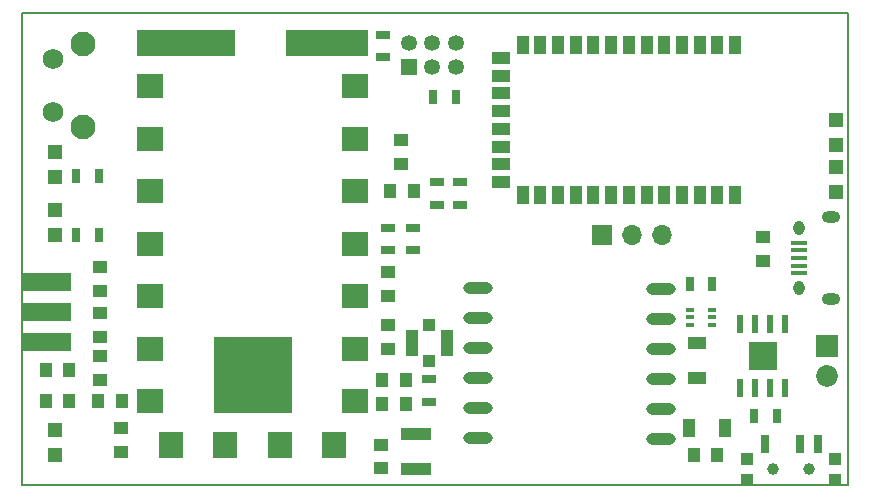
<source format=gbr>
G04 #@! TF.FileFunction,Soldermask,Top*
%FSLAX46Y46*%
G04 Gerber Fmt 4.6, Leading zero omitted, Abs format (unit mm)*
G04 Created by KiCad (PCBNEW 4.0.5-e0-6337~49~ubuntu14.04.1) date Mon Feb 13 19:11:43 2017*
%MOMM*%
%LPD*%
G01*
G04 APERTURE LIST*
%ADD10C,0.150000*%
%ADD11R,1.250000X1.000000*%
%ADD12R,2.500000X1.000000*%
%ADD13R,1.000000X1.250000*%
%ADD14R,1.198880X1.198880*%
%ADD15R,0.800000X1.500000*%
%ADD16R,1.000000X1.000000*%
%ADD17R,1.100000X1.000000*%
%ADD18C,1.000000*%
%ADD19R,1.350000X1.350000*%
%ADD20C,1.350000*%
%ADD21R,1.850000X1.850000*%
%ADD22C,1.850000*%
%ADD23R,1.350000X0.400000*%
%ADD24O,0.950000X1.250000*%
%ADD25O,1.550000X1.000000*%
%ADD26R,0.700000X1.300000*%
%ADD27R,1.300000X0.700000*%
%ADD28R,1.000000X1.500000*%
%ADD29R,1.500000X1.000000*%
%ADD30R,0.600000X1.550000*%
%ADD31R,1.175000X1.175000*%
%ADD32R,1.600000X1.000000*%
%ADD33R,1.000000X1.600000*%
%ADD34C,2.100000*%
%ADD35C,1.750000*%
%ADD36O,2.500000X1.000000*%
%ADD37R,0.749300X0.398780*%
%ADD38R,1.000000X1.050000*%
%ADD39R,1.050000X2.200000*%
%ADD40R,1.700000X1.700000*%
%ADD41O,1.700000X1.700000*%
%ADD42R,4.064000X1.524000*%
%ADD43R,2.200000X2.000000*%
%ADD44R,2.000000X2.200000*%
%ADD45R,7.000000X2.200000*%
%ADD46R,8.400000X2.200000*%
%ADD47R,6.600000X6.500000*%
G04 APERTURE END LIST*
D10*
X113080800Y-121716800D02*
X183057800Y-121716800D01*
X183057800Y-81711800D02*
X183057800Y-121711800D01*
X113080800Y-81711800D02*
X113080800Y-121711800D01*
X113080800Y-81711800D02*
X183080800Y-81711800D01*
D11*
X145211800Y-94522800D03*
X145211800Y-92522800D03*
X143535400Y-118278400D03*
X143535400Y-120278400D03*
D12*
X146481800Y-117372000D03*
X146481800Y-120372000D03*
D11*
X121526300Y-116906800D03*
X121526300Y-118906800D03*
D13*
X117128800Y-114604800D03*
X115128800Y-114604800D03*
X117128800Y-111937800D03*
X115128800Y-111937800D03*
D11*
X119684800Y-105254300D03*
X119684800Y-103254300D03*
D14*
X115874800Y-100540820D03*
X115874800Y-98442780D03*
X182041800Y-94759780D03*
X182041800Y-96857820D03*
X115874800Y-95587820D03*
X115874800Y-93489780D03*
X182041800Y-92920820D03*
X182041800Y-90822780D03*
D13*
X146275300Y-96824800D03*
X144275300Y-96824800D03*
D11*
X144132300Y-103698800D03*
X144132300Y-105698800D03*
X144132300Y-108143800D03*
X144132300Y-110143800D03*
D15*
X175981800Y-118183300D03*
X178981800Y-118183300D03*
X180481800Y-118183300D03*
D16*
X174531800Y-119483300D03*
X181931800Y-119483300D03*
D17*
X174531800Y-121283300D03*
D16*
X181931800Y-121283300D03*
D18*
X176731800Y-120383300D03*
X179731800Y-120383300D03*
D13*
X121573800Y-114604800D03*
X119573800Y-114604800D03*
D11*
X119684800Y-112810800D03*
X119684800Y-110810800D03*
X119684800Y-109127800D03*
X119684800Y-107127800D03*
D19*
X145846800Y-86283800D03*
D20*
X147846800Y-86283800D03*
X149846800Y-86283800D03*
X145846800Y-84283800D03*
X147846800Y-84283800D03*
X149846800Y-84283800D03*
D21*
X181279800Y-109969300D03*
D22*
X181279800Y-112469300D03*
D23*
X178891760Y-103777200D03*
X178891760Y-103127200D03*
X178891760Y-102477200D03*
X178891760Y-101827200D03*
X178891760Y-101177200D03*
D24*
X178891760Y-104977200D03*
X178891760Y-99977200D03*
D25*
X181591760Y-105977200D03*
X181591760Y-98977200D03*
D26*
X147944800Y-88823800D03*
X149844800Y-88823800D03*
D27*
X143687800Y-83555800D03*
X143687800Y-85455800D03*
X146227800Y-101838800D03*
X146227800Y-99938800D03*
X144068800Y-99938800D03*
X144068800Y-101838800D03*
D26*
X119618800Y-100507800D03*
X117718800Y-100507800D03*
D27*
X148259800Y-96065300D03*
X148259800Y-97965300D03*
D26*
X177022800Y-115874800D03*
X175122800Y-115874800D03*
X119618800Y-95554800D03*
X117718800Y-95554800D03*
D28*
X173498800Y-84442300D03*
X171998800Y-84442300D03*
X170498800Y-84442300D03*
X168998800Y-84442300D03*
X167498800Y-84442300D03*
X165998800Y-84442300D03*
X164498800Y-84442300D03*
X162998800Y-84442300D03*
X161498800Y-84442300D03*
X159998800Y-84442300D03*
X158498800Y-84442300D03*
X156998800Y-84442300D03*
X155498800Y-84442300D03*
X155498800Y-97142300D03*
X156998800Y-97142300D03*
X158498800Y-97142300D03*
X159998800Y-97142300D03*
X161498800Y-97142300D03*
X162998800Y-97142300D03*
X164498800Y-97142300D03*
X165998800Y-97142300D03*
X167498800Y-97142300D03*
X168998800Y-97142300D03*
X170498800Y-97142300D03*
X171998800Y-97142300D03*
X173498800Y-97142300D03*
D29*
X153698800Y-85542300D03*
X153698800Y-87042300D03*
X153698800Y-88542300D03*
X153698800Y-90042300D03*
X153698800Y-91542300D03*
X153698800Y-93042300D03*
X153698800Y-94542300D03*
X153698800Y-96042300D03*
D30*
X173913800Y-113494800D03*
X175183800Y-113494800D03*
X176453800Y-113494800D03*
X177723800Y-113494800D03*
X177723800Y-108094800D03*
X176453800Y-108094800D03*
X175183800Y-108094800D03*
X173913800Y-108094800D03*
D31*
X176406300Y-110207300D03*
X175231300Y-110207300D03*
X176406300Y-111382300D03*
X175231300Y-111382300D03*
D27*
X150228300Y-96065300D03*
X150228300Y-97965300D03*
D32*
X170230800Y-109675800D03*
X170230800Y-112675800D03*
D13*
X171992800Y-119176800D03*
X169992800Y-119176800D03*
D33*
X172619800Y-116890800D03*
X169619800Y-116890800D03*
D14*
X115874800Y-117060980D03*
X115874800Y-119159020D03*
D34*
X118237800Y-84333800D03*
D35*
X115747800Y-85593800D03*
X115747800Y-90093800D03*
D34*
X118237800Y-91343800D03*
D36*
X151714200Y-105054400D03*
X151714200Y-107594400D03*
X151714200Y-110134400D03*
X151714200Y-112674400D03*
X151714200Y-115214400D03*
X151714200Y-117756800D03*
X167182800Y-117782200D03*
X167182800Y-115239800D03*
X167182800Y-112699800D03*
X167182800Y-110159800D03*
X167182800Y-107619800D03*
X167182800Y-105079800D03*
D26*
X169661800Y-104648000D03*
X171561800Y-104648000D03*
D37*
X169661840Y-106842560D03*
X169661840Y-107492800D03*
X169661840Y-108143040D03*
X171561760Y-108143040D03*
X171561760Y-107492800D03*
X171561760Y-106842560D03*
D11*
X175882300Y-102714300D03*
X175882300Y-100714300D03*
D13*
X145602200Y-112776000D03*
X143602200Y-112776000D03*
X145602200Y-114808000D03*
X143602200Y-114808000D03*
D38*
X147599400Y-108152200D03*
X147599400Y-111202200D03*
D39*
X149074400Y-109677200D03*
X146124400Y-109677200D03*
D27*
X147599400Y-114640400D03*
X147599400Y-112740400D03*
D40*
X162179000Y-100533200D03*
D41*
X164719000Y-100533200D03*
X167259000Y-100533200D03*
D42*
X115214400Y-107022900D03*
X115214400Y-104482900D03*
X115214400Y-109562900D03*
D43*
X141338800Y-114619800D03*
X141338800Y-110169800D03*
X141338800Y-105719800D03*
X141338800Y-101269800D03*
X141338800Y-96819800D03*
X141338800Y-92369800D03*
X141338800Y-87919800D03*
X123938800Y-114619800D03*
X123938800Y-110169800D03*
X123938800Y-105719800D03*
X123938800Y-101269800D03*
X123938800Y-96819800D03*
X123938800Y-92369800D03*
X123938800Y-87919800D03*
D44*
X139538800Y-118269800D03*
X134938800Y-118269800D03*
X130338800Y-118269800D03*
X125738800Y-118269800D03*
D45*
X138938800Y-84269800D03*
D46*
X127038800Y-84269800D03*
D47*
X132638800Y-112369800D03*
M02*

</source>
